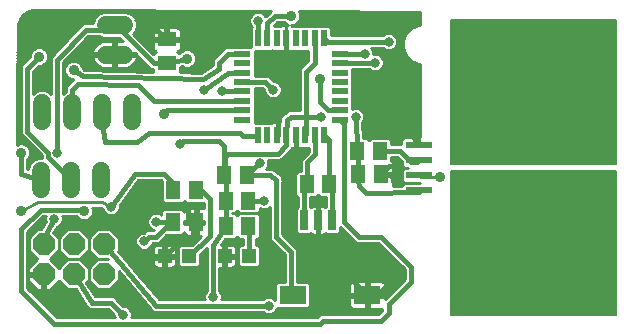
<source format=gtl>
G75*
%MOIN*%
%OFA0B0*%
%FSLAX24Y24*%
%IPPOS*%
%LPD*%
%AMOC8*
5,1,8,0,0,1.08239X$1,22.5*
%
%ADD10C,0.0050*%
%ADD11R,0.0512X0.0591*%
%ADD12R,0.0512X0.0630*%
%ADD13R,0.0630X0.0512*%
%ADD14R,0.0472X0.0472*%
%ADD15OC8,0.0740*%
%ADD16R,0.0276X0.0669*%
%ADD17C,0.3543*%
%ADD18R,0.0906X0.0630*%
%ADD19R,0.0870X0.0240*%
%ADD20C,0.0600*%
%ADD21R,0.0200X0.0580*%
%ADD22R,0.0580X0.0200*%
%ADD23C,0.0100*%
%ADD24C,0.0160*%
%ADD25C,0.0317*%
%ADD26C,0.0356*%
%ADD27C,0.0120*%
%ADD28C,0.0277*%
D10*
X018510Y000945D02*
X018510Y005748D01*
X023984Y005748D01*
X023984Y000945D01*
X018510Y000945D01*
X018510Y000978D02*
X023984Y000978D01*
X023984Y001027D02*
X018510Y001027D01*
X018510Y001075D02*
X023984Y001075D01*
X023984Y001124D02*
X018510Y001124D01*
X018510Y001172D02*
X023984Y001172D01*
X023984Y001221D02*
X018510Y001221D01*
X018510Y001269D02*
X023984Y001269D01*
X023984Y001318D02*
X018510Y001318D01*
X018510Y001366D02*
X023984Y001366D01*
X023984Y001415D02*
X018510Y001415D01*
X018510Y001463D02*
X023984Y001463D01*
X023984Y001512D02*
X018510Y001512D01*
X018510Y001560D02*
X023984Y001560D01*
X023984Y001609D02*
X018510Y001609D01*
X018510Y001657D02*
X023984Y001657D01*
X023984Y001706D02*
X018510Y001706D01*
X018510Y001754D02*
X023984Y001754D01*
X023984Y001803D02*
X018510Y001803D01*
X018510Y001851D02*
X023984Y001851D01*
X023984Y001900D02*
X018510Y001900D01*
X018510Y001948D02*
X023984Y001948D01*
X023984Y001997D02*
X018510Y001997D01*
X018510Y002045D02*
X023984Y002045D01*
X023984Y002094D02*
X018510Y002094D01*
X018510Y002142D02*
X023984Y002142D01*
X023984Y002191D02*
X018510Y002191D01*
X018510Y002239D02*
X023984Y002239D01*
X023984Y002288D02*
X018510Y002288D01*
X018510Y002336D02*
X023984Y002336D01*
X023984Y002385D02*
X018510Y002385D01*
X018510Y002433D02*
X023984Y002433D01*
X023984Y002482D02*
X018510Y002482D01*
X018510Y002530D02*
X023984Y002530D01*
X023984Y002579D02*
X018510Y002579D01*
X018510Y002627D02*
X023984Y002627D01*
X023984Y002676D02*
X018510Y002676D01*
X018510Y002724D02*
X023984Y002724D01*
X023984Y002773D02*
X018510Y002773D01*
X018510Y002821D02*
X023984Y002821D01*
X023984Y002870D02*
X018510Y002870D01*
X018510Y002918D02*
X023984Y002918D01*
X023984Y002967D02*
X018510Y002967D01*
X018510Y003015D02*
X023984Y003015D01*
X023984Y003064D02*
X018510Y003064D01*
X018510Y003112D02*
X023984Y003112D01*
X023984Y003161D02*
X018510Y003161D01*
X018510Y003209D02*
X023984Y003209D01*
X023984Y003258D02*
X018510Y003258D01*
X018510Y003306D02*
X023984Y003306D01*
X023984Y003355D02*
X018510Y003355D01*
X018510Y003403D02*
X023984Y003403D01*
X023984Y003452D02*
X018510Y003452D01*
X018510Y003500D02*
X023984Y003500D01*
X023984Y003549D02*
X018510Y003549D01*
X018510Y003597D02*
X023984Y003597D01*
X023984Y003646D02*
X018510Y003646D01*
X018510Y003694D02*
X023984Y003694D01*
X023984Y003743D02*
X018510Y003743D01*
X018510Y003791D02*
X023984Y003791D01*
X023984Y003840D02*
X018510Y003840D01*
X018510Y003888D02*
X023984Y003888D01*
X023984Y003937D02*
X018510Y003937D01*
X018510Y003985D02*
X023984Y003985D01*
X023984Y004034D02*
X018510Y004034D01*
X018510Y004082D02*
X023984Y004082D01*
X023984Y004131D02*
X018510Y004131D01*
X018510Y004179D02*
X023984Y004179D01*
X023984Y004228D02*
X018510Y004228D01*
X018510Y004276D02*
X023984Y004276D01*
X023984Y004325D02*
X018510Y004325D01*
X018510Y004373D02*
X023984Y004373D01*
X023984Y004422D02*
X018510Y004422D01*
X018510Y004470D02*
X023984Y004470D01*
X023984Y004519D02*
X018510Y004519D01*
X018510Y004567D02*
X023984Y004567D01*
X023984Y004616D02*
X018510Y004616D01*
X018510Y004664D02*
X023984Y004664D01*
X023984Y004713D02*
X018510Y004713D01*
X018510Y004761D02*
X023984Y004761D01*
X023984Y004810D02*
X018510Y004810D01*
X018510Y004858D02*
X023984Y004858D01*
X023984Y004907D02*
X018510Y004907D01*
X018510Y004955D02*
X023984Y004955D01*
X023984Y005004D02*
X018510Y005004D01*
X018510Y005052D02*
X023984Y005052D01*
X023984Y005101D02*
X018510Y005101D01*
X018510Y005149D02*
X023984Y005149D01*
X023984Y005198D02*
X018510Y005198D01*
X018510Y005246D02*
X023984Y005246D01*
X023984Y005295D02*
X018510Y005295D01*
X018510Y005343D02*
X023984Y005343D01*
X023984Y005392D02*
X018510Y005392D01*
X018510Y005440D02*
X023984Y005440D01*
X023984Y005489D02*
X018510Y005489D01*
X018510Y005537D02*
X023984Y005537D01*
X023984Y005586D02*
X018510Y005586D01*
X018510Y005634D02*
X023984Y005634D01*
X023984Y005683D02*
X018510Y005683D01*
X018510Y005731D02*
X023984Y005731D01*
X023984Y005984D02*
X018510Y005984D01*
X018510Y010787D01*
X023984Y010787D01*
X023984Y005984D01*
X023984Y006022D02*
X018510Y006022D01*
X018510Y006071D02*
X023984Y006071D01*
X023984Y006119D02*
X018510Y006119D01*
X018510Y006168D02*
X023984Y006168D01*
X023984Y006216D02*
X018510Y006216D01*
X018510Y006265D02*
X023984Y006265D01*
X023984Y006313D02*
X018510Y006313D01*
X018510Y006362D02*
X023984Y006362D01*
X023984Y006410D02*
X018510Y006410D01*
X018510Y006459D02*
X023984Y006459D01*
X023984Y006507D02*
X018510Y006507D01*
X018510Y006556D02*
X023984Y006556D01*
X023984Y006604D02*
X018510Y006604D01*
X018510Y006653D02*
X023984Y006653D01*
X023984Y006701D02*
X018510Y006701D01*
X018510Y006750D02*
X023984Y006750D01*
X023984Y006798D02*
X018510Y006798D01*
X018510Y006847D02*
X023984Y006847D01*
X023984Y006895D02*
X018510Y006895D01*
X018510Y006944D02*
X023984Y006944D01*
X023984Y006992D02*
X018510Y006992D01*
X018510Y007041D02*
X023984Y007041D01*
X023984Y007089D02*
X018510Y007089D01*
X018510Y007138D02*
X023984Y007138D01*
X023984Y007186D02*
X018510Y007186D01*
X018510Y007235D02*
X023984Y007235D01*
X023984Y007283D02*
X018510Y007283D01*
X018510Y007332D02*
X023984Y007332D01*
X023984Y007380D02*
X018510Y007380D01*
X018510Y007429D02*
X023984Y007429D01*
X023984Y007477D02*
X018510Y007477D01*
X018510Y007526D02*
X023984Y007526D01*
X023984Y007574D02*
X018510Y007574D01*
X018510Y007623D02*
X023984Y007623D01*
X023984Y007671D02*
X018510Y007671D01*
X018510Y007720D02*
X023984Y007720D01*
X023984Y007768D02*
X018510Y007768D01*
X018510Y007817D02*
X023984Y007817D01*
X023984Y007865D02*
X018510Y007865D01*
X018510Y007914D02*
X023984Y007914D01*
X023984Y007962D02*
X018510Y007962D01*
X018510Y008011D02*
X023984Y008011D01*
X023984Y008059D02*
X018510Y008059D01*
X018510Y008108D02*
X023984Y008108D01*
X023984Y008156D02*
X018510Y008156D01*
X018510Y008205D02*
X023984Y008205D01*
X023984Y008253D02*
X018510Y008253D01*
X018510Y008302D02*
X023984Y008302D01*
X023984Y008350D02*
X018510Y008350D01*
X018510Y008399D02*
X023984Y008399D01*
X023984Y008447D02*
X018510Y008447D01*
X018510Y008496D02*
X023984Y008496D01*
X023984Y008544D02*
X018510Y008544D01*
X018510Y008593D02*
X023984Y008593D01*
X023984Y008641D02*
X018510Y008641D01*
X018510Y008690D02*
X023984Y008690D01*
X023984Y008738D02*
X018510Y008738D01*
X018510Y008787D02*
X023984Y008787D01*
X023984Y008835D02*
X018510Y008835D01*
X018510Y008884D02*
X023984Y008884D01*
X023984Y008932D02*
X018510Y008932D01*
X018510Y008981D02*
X023984Y008981D01*
X023984Y009029D02*
X018510Y009029D01*
X018510Y009078D02*
X023984Y009078D01*
X023984Y009126D02*
X018510Y009126D01*
X018510Y009175D02*
X023984Y009175D01*
X023984Y009223D02*
X018510Y009223D01*
X018510Y009272D02*
X023984Y009272D01*
X023984Y009320D02*
X018510Y009320D01*
X018510Y009369D02*
X023984Y009369D01*
X023984Y009417D02*
X018510Y009417D01*
X018510Y009466D02*
X023984Y009466D01*
X023984Y009514D02*
X018510Y009514D01*
X018510Y009563D02*
X023984Y009563D01*
X023984Y009611D02*
X018510Y009611D01*
X018510Y009660D02*
X023984Y009660D01*
X023984Y009708D02*
X018510Y009708D01*
X018510Y009757D02*
X023984Y009757D01*
X023984Y009805D02*
X018510Y009805D01*
X018510Y009854D02*
X023984Y009854D01*
X023984Y009902D02*
X018510Y009902D01*
X018510Y009951D02*
X023984Y009951D01*
X023984Y009999D02*
X018510Y009999D01*
X018510Y010048D02*
X023984Y010048D01*
X023984Y010096D02*
X018510Y010096D01*
X018510Y010145D02*
X023984Y010145D01*
X023984Y010193D02*
X018510Y010193D01*
X018510Y010242D02*
X023984Y010242D01*
X023984Y010290D02*
X018510Y010290D01*
X018510Y010339D02*
X023984Y010339D01*
X023984Y010387D02*
X018510Y010387D01*
X018510Y010436D02*
X023984Y010436D01*
X023984Y010484D02*
X018510Y010484D01*
X018510Y010533D02*
X023984Y010533D01*
X023984Y010581D02*
X018510Y010581D01*
X018510Y010630D02*
X023984Y010630D01*
X023984Y010678D02*
X018510Y010678D01*
X018510Y010727D02*
X023984Y010727D01*
X023984Y010775D02*
X018510Y010775D01*
D11*
X016129Y006429D03*
X015381Y006429D03*
X014442Y005309D03*
X013694Y005309D03*
X011692Y005609D03*
X010944Y005609D03*
X009992Y005109D03*
X009244Y005109D03*
X010994Y004759D03*
X011742Y004759D03*
X011742Y003909D03*
X010994Y003909D03*
D12*
X010008Y004046D03*
X009220Y004046D03*
X015384Y005641D03*
X016172Y005641D03*
D13*
X009021Y009344D03*
X009021Y010131D03*
D14*
X008955Y002909D03*
X009781Y002909D03*
X010955Y002909D03*
X011781Y002909D03*
D15*
X006918Y003309D03*
X005918Y003309D03*
X004918Y003309D03*
X004918Y002309D03*
X005918Y002309D03*
X006918Y002309D03*
D16*
X013595Y004109D03*
X014068Y004109D03*
X014540Y004109D03*
D17*
X021466Y002913D03*
X021466Y008819D03*
D18*
X015708Y001609D03*
X013228Y001609D03*
D19*
X017432Y005112D03*
X017432Y005612D03*
X017432Y006112D03*
X017432Y006612D03*
X019492Y006612D03*
X019492Y006112D03*
X019492Y005612D03*
X019492Y005112D03*
D20*
X007868Y007409D02*
X007868Y008009D01*
X006868Y008009D02*
X006868Y007409D01*
X005868Y007409D02*
X005868Y008009D01*
X004868Y008009D02*
X004868Y007409D01*
X004818Y005759D02*
X004818Y005159D01*
X005818Y005159D02*
X005818Y005759D01*
X006818Y005759D02*
X006818Y005159D01*
X006989Y009625D02*
X007589Y009625D01*
X007589Y010625D02*
X006989Y010625D01*
D21*
X012068Y010179D03*
X012378Y010179D03*
X012698Y010179D03*
X013008Y010179D03*
X013328Y010179D03*
X013638Y010179D03*
X013958Y010179D03*
X014268Y010179D03*
X014268Y006939D03*
X013958Y006939D03*
X013638Y006939D03*
X013328Y006939D03*
X013008Y006939D03*
X012698Y006939D03*
X012378Y006939D03*
X012068Y006939D03*
D22*
X011548Y007459D03*
X011548Y007769D03*
X011548Y008089D03*
X011548Y008399D03*
X011548Y008719D03*
X011548Y009029D03*
X011548Y009349D03*
X011548Y009659D03*
X014788Y009659D03*
X014788Y009349D03*
X014788Y009029D03*
X014788Y008719D03*
X014788Y008399D03*
X014788Y008089D03*
X014788Y007769D03*
X014788Y007459D03*
D23*
X015207Y007823D02*
X015207Y007922D01*
X015200Y007929D01*
X015207Y007935D01*
X015207Y008242D01*
X015205Y008244D01*
X015207Y008245D01*
X015207Y008552D01*
X015200Y008559D01*
X015207Y008565D01*
X015207Y008872D01*
X015205Y008874D01*
X015207Y008875D01*
X015207Y009150D01*
X015771Y009150D01*
X015805Y009115D01*
X015911Y009072D01*
X016025Y009072D01*
X016131Y009115D01*
X016211Y009196D01*
X016255Y009302D01*
X016255Y009416D01*
X016211Y009521D01*
X016131Y009602D01*
X016025Y009646D01*
X015911Y009646D01*
X015905Y009644D01*
X015905Y009716D01*
X015861Y009821D01*
X015833Y009850D01*
X016221Y009850D01*
X016255Y009815D01*
X016361Y009772D01*
X016475Y009772D01*
X016581Y009815D01*
X016661Y009896D01*
X016705Y010002D01*
X016705Y010116D01*
X016661Y010221D01*
X016581Y010302D01*
X016475Y010346D01*
X016361Y010346D01*
X016255Y010302D01*
X016221Y010267D01*
X014497Y010267D01*
X014497Y010522D01*
X014421Y010597D01*
X014115Y010597D01*
X014113Y010596D01*
X014111Y010597D01*
X013805Y010597D01*
X013798Y010591D01*
X013791Y010597D01*
X013485Y010597D01*
X013483Y010596D01*
X013481Y010597D01*
X013185Y010597D01*
X013177Y010602D01*
X013229Y010602D01*
X013342Y010649D01*
X013428Y010735D01*
X013475Y010848D01*
X013475Y010970D01*
X013431Y011075D01*
X017458Y011059D01*
X017458Y010626D01*
X017417Y010626D01*
X017178Y010527D01*
X016996Y010344D01*
X016897Y010105D01*
X016897Y009846D01*
X016996Y009607D01*
X017178Y009425D01*
X017417Y009326D01*
X017458Y009326D01*
X017458Y006882D01*
X017442Y006882D01*
X017442Y006622D01*
X017422Y006622D01*
X017422Y006882D01*
X016977Y006882D01*
X016939Y006872D01*
X016905Y006852D01*
X016877Y006824D01*
X016857Y006790D01*
X016847Y006752D01*
X016847Y006638D01*
X016513Y006638D01*
X016513Y006777D01*
X016438Y006853D01*
X015819Y006853D01*
X015755Y006788D01*
X015690Y006853D01*
X015569Y006853D01*
X015538Y007373D01*
X015561Y007396D01*
X015605Y007502D01*
X015605Y007616D01*
X015561Y007721D01*
X015481Y007802D01*
X015375Y007846D01*
X015261Y007846D01*
X015207Y007823D01*
X015207Y007842D02*
X015252Y007842D01*
X015207Y007941D02*
X017458Y007941D01*
X017458Y008039D02*
X015207Y008039D01*
X015207Y008138D02*
X017458Y008138D01*
X017458Y008236D02*
X015207Y008236D01*
X015207Y008335D02*
X017458Y008335D01*
X017458Y008433D02*
X015207Y008433D01*
X015207Y008532D02*
X017458Y008532D01*
X017458Y008630D02*
X015207Y008630D01*
X015207Y008729D02*
X017458Y008729D01*
X017458Y008827D02*
X015207Y008827D01*
X015207Y008926D02*
X017458Y008926D01*
X017458Y009024D02*
X015207Y009024D01*
X015207Y009123D02*
X015798Y009123D01*
X016138Y009123D02*
X017458Y009123D01*
X017458Y009221D02*
X016222Y009221D01*
X016255Y009320D02*
X017458Y009320D01*
X017194Y009418D02*
X016254Y009418D01*
X016213Y009517D02*
X017086Y009517D01*
X016992Y009615D02*
X016099Y009615D01*
X015905Y009714D02*
X016952Y009714D01*
X016911Y009812D02*
X016573Y009812D01*
X016667Y009911D02*
X016897Y009911D01*
X016897Y010009D02*
X016705Y010009D01*
X016705Y010108D02*
X016898Y010108D01*
X016939Y010206D02*
X016668Y010206D01*
X016574Y010305D02*
X016979Y010305D01*
X017055Y010403D02*
X014497Y010403D01*
X014497Y010305D02*
X016262Y010305D01*
X017154Y010502D02*
X014497Y010502D01*
X013454Y010797D02*
X017458Y010797D01*
X017458Y010699D02*
X013392Y010699D01*
X013180Y010600D02*
X017356Y010600D01*
X017458Y010896D02*
X013475Y010896D01*
X013465Y010994D02*
X017458Y010994D01*
X016262Y009812D02*
X015865Y009812D01*
X013749Y009760D02*
X013749Y009435D01*
X013581Y009267D01*
X013459Y009145D01*
X013459Y007767D01*
X013189Y007767D01*
X013124Y007780D01*
X013105Y007767D01*
X013081Y007767D01*
X013035Y007721D01*
X012957Y007669D01*
X012935Y007669D01*
X012887Y007622D01*
X012830Y007584D01*
X012826Y007564D01*
X012811Y007549D01*
X012810Y007481D01*
X012796Y007415D01*
X012808Y007397D01*
X012808Y007379D01*
X012698Y007379D01*
X012698Y006939D01*
X012698Y006939D01*
X012698Y007379D01*
X012578Y007379D01*
X012540Y007369D01*
X012521Y007357D01*
X012225Y007357D01*
X012223Y007356D01*
X012221Y007357D01*
X011967Y007357D01*
X011967Y007612D01*
X011965Y007614D01*
X011967Y007615D01*
X011967Y007922D01*
X011960Y007929D01*
X011967Y007935D01*
X011967Y008242D01*
X011965Y008244D01*
X011967Y008245D01*
X011967Y008510D01*
X012221Y008510D01*
X012281Y008451D01*
X012281Y008402D01*
X012324Y008296D01*
X012405Y008215D01*
X012511Y008172D01*
X012625Y008172D01*
X012731Y008215D01*
X012811Y008296D01*
X012855Y008402D01*
X012855Y008516D01*
X012811Y008621D01*
X012731Y008702D01*
X012625Y008746D01*
X012576Y008746D01*
X012517Y008805D01*
X012394Y008927D01*
X011967Y008927D01*
X011967Y009182D01*
X011960Y009189D01*
X011967Y009195D01*
X011967Y009502D01*
X011965Y009504D01*
X011967Y009505D01*
X011967Y009760D01*
X012221Y009760D01*
X012223Y009762D01*
X012225Y009760D01*
X012531Y009760D01*
X012538Y009767D01*
X012545Y009760D01*
X012831Y009760D01*
X012850Y009749D01*
X012888Y009739D01*
X013008Y009739D01*
X013128Y009739D01*
X013166Y009749D01*
X013185Y009760D01*
X013481Y009760D01*
X013483Y009762D01*
X013485Y009760D01*
X013749Y009760D01*
X013749Y009714D02*
X011967Y009714D01*
X011967Y009615D02*
X013749Y009615D01*
X013749Y009517D02*
X011967Y009517D01*
X011967Y009418D02*
X013732Y009418D01*
X013634Y009320D02*
X011967Y009320D01*
X011967Y009221D02*
X013535Y009221D01*
X013581Y009267D02*
X013581Y009267D01*
X013459Y009123D02*
X011967Y009123D01*
X011967Y009024D02*
X013459Y009024D01*
X013459Y008926D02*
X012396Y008926D01*
X012495Y008827D02*
X013459Y008827D01*
X013459Y008729D02*
X012666Y008729D01*
X012802Y008630D02*
X013459Y008630D01*
X013459Y008532D02*
X012848Y008532D01*
X012855Y008433D02*
X013459Y008433D01*
X013459Y008335D02*
X012827Y008335D01*
X012752Y008236D02*
X013459Y008236D01*
X013459Y008138D02*
X011967Y008138D01*
X011967Y008236D02*
X012384Y008236D01*
X012308Y008335D02*
X011967Y008335D01*
X011967Y008433D02*
X012281Y008433D01*
X011967Y008039D02*
X013459Y008039D01*
X013459Y007941D02*
X011967Y007941D01*
X011967Y007842D02*
X013459Y007842D01*
X013058Y007744D02*
X011967Y007744D01*
X011967Y007645D02*
X012911Y007645D01*
X012811Y007547D02*
X011967Y007547D01*
X011967Y007448D02*
X012803Y007448D01*
X012698Y007350D02*
X012698Y007350D01*
X012698Y007251D02*
X012698Y007251D01*
X012698Y007153D02*
X012698Y007153D01*
X012698Y007054D02*
X012698Y007054D01*
X012698Y006956D02*
X012698Y006956D01*
X013328Y006939D02*
X013328Y006939D01*
X013328Y006499D01*
X013448Y006499D01*
X013486Y006509D01*
X013505Y006520D01*
X013759Y006520D01*
X013759Y006395D01*
X013485Y006121D01*
X013485Y005733D01*
X013385Y005733D01*
X013309Y005657D01*
X013309Y004960D01*
X013385Y004885D01*
X013387Y004885D01*
X013387Y004554D01*
X013329Y004497D01*
X013329Y003721D01*
X013404Y003645D01*
X013787Y003645D01*
X013817Y003675D01*
X013838Y003654D01*
X013872Y003634D01*
X013910Y003624D01*
X014049Y003624D01*
X014049Y004090D01*
X014087Y004090D01*
X014087Y003624D01*
X014225Y003624D01*
X014264Y003634D01*
X014298Y003654D01*
X014319Y003675D01*
X014349Y003645D01*
X014731Y003645D01*
X014807Y003721D01*
X014807Y003875D01*
X015209Y003472D01*
X015331Y003350D01*
X016081Y003350D01*
X016959Y002472D01*
X016959Y002145D01*
X016331Y001517D01*
X016311Y001497D01*
X016311Y001559D01*
X015758Y001559D01*
X015758Y001659D01*
X015658Y001659D01*
X015658Y002074D01*
X015236Y002074D01*
X015197Y002063D01*
X015163Y002044D01*
X015135Y002016D01*
X015116Y001982D01*
X015105Y001943D01*
X015105Y001659D01*
X015658Y001659D01*
X015658Y001559D01*
X015105Y001559D01*
X015105Y001274D01*
X015116Y001236D01*
X015135Y001202D01*
X015163Y001174D01*
X015197Y001154D01*
X015236Y001144D01*
X015658Y001144D01*
X015658Y001559D01*
X015758Y001559D01*
X015758Y001144D01*
X016181Y001144D01*
X016209Y001151D01*
X016209Y001095D01*
X016081Y000967D01*
X014131Y000967D01*
X014031Y000867D01*
X007841Y000867D01*
X007855Y000902D01*
X007855Y001016D01*
X007811Y001121D01*
X007731Y001202D01*
X007625Y001246D01*
X007576Y001246D01*
X007377Y001445D01*
X007254Y001567D01*
X006633Y001567D01*
X006342Y002028D01*
X006417Y002102D01*
X006417Y002515D01*
X006124Y002807D01*
X005711Y002807D01*
X005433Y002529D01*
X005138Y002824D01*
X005417Y003102D01*
X005417Y003515D01*
X005243Y003689D01*
X005352Y003883D01*
X005431Y003915D01*
X005511Y003996D01*
X005555Y004102D01*
X005555Y004216D01*
X005541Y004250D01*
X006002Y004250D01*
X006008Y004235D01*
X006094Y004149D01*
X006207Y004102D01*
X006329Y004102D01*
X006442Y004149D01*
X006528Y004235D01*
X006575Y004348D01*
X006575Y004470D01*
X006550Y004530D01*
X006826Y004530D01*
X006881Y004502D01*
X006924Y004396D01*
X007005Y004315D01*
X007111Y004272D01*
X007225Y004272D01*
X007331Y004315D01*
X007411Y004396D01*
X007455Y004502D01*
X007455Y004599D01*
X008074Y005450D01*
X008831Y005450D01*
X008859Y005422D01*
X008859Y004760D01*
X008935Y004685D01*
X009553Y004685D01*
X009618Y004749D01*
X009683Y004685D01*
X010259Y004685D01*
X010259Y004511D01*
X010058Y004511D01*
X010058Y004096D01*
X010259Y004096D01*
X010259Y003996D01*
X010058Y003996D01*
X010058Y004096D01*
X009958Y004096D01*
X009958Y004511D01*
X009732Y004511D01*
X009694Y004501D01*
X009660Y004481D01*
X009632Y004453D01*
X009612Y004419D01*
X009605Y004393D01*
X009605Y004414D01*
X009530Y004490D01*
X008911Y004490D01*
X008836Y004414D01*
X008836Y004297D01*
X008831Y004302D01*
X008725Y004346D01*
X008611Y004346D01*
X008505Y004302D01*
X008424Y004221D01*
X008381Y004116D01*
X008381Y004002D01*
X008424Y003896D01*
X008505Y003815D01*
X008593Y003779D01*
X008581Y003767D01*
X008331Y003767D01*
X008260Y003696D01*
X008211Y003696D01*
X008105Y003652D01*
X008024Y003571D01*
X007981Y003466D01*
X007981Y003352D01*
X008024Y003246D01*
X008105Y003165D01*
X008211Y003122D01*
X008325Y003122D01*
X008431Y003165D01*
X008511Y003246D01*
X008554Y003350D01*
X008754Y003350D01*
X009007Y003602D01*
X009530Y003602D01*
X009605Y003678D01*
X009605Y003700D01*
X009612Y003673D01*
X009632Y003639D01*
X009660Y003611D01*
X009694Y003591D01*
X009732Y003581D01*
X009958Y003581D01*
X009958Y003996D01*
X010058Y003996D01*
X010058Y003581D01*
X010159Y003581D01*
X009851Y003274D01*
X009492Y003274D01*
X009416Y003198D01*
X009416Y002619D01*
X009492Y002544D01*
X010071Y002544D01*
X010146Y002619D01*
X010146Y002978D01*
X010359Y003191D01*
X010359Y001756D01*
X010324Y001721D01*
X010281Y001616D01*
X010281Y001502D01*
X010295Y001467D01*
X008764Y001467D01*
X007391Y003076D01*
X007417Y003102D01*
X007417Y003515D01*
X007124Y003807D01*
X006711Y003807D01*
X006419Y003515D01*
X006419Y003102D01*
X006711Y002810D01*
X007069Y002810D01*
X007071Y002807D01*
X006711Y002807D01*
X006419Y002515D01*
X006419Y002102D01*
X006711Y001810D01*
X007124Y001810D01*
X007417Y002102D01*
X007417Y002403D01*
X008459Y001182D01*
X008459Y001172D01*
X008514Y001117D01*
X008565Y001057D01*
X008575Y001057D01*
X008581Y001050D01*
X008660Y001050D01*
X008738Y001044D01*
X008745Y001050D01*
X012221Y001050D01*
X012255Y001015D01*
X012361Y000972D01*
X012475Y000972D01*
X012581Y001015D01*
X012661Y001096D01*
X012699Y001187D01*
X012722Y001165D01*
X013734Y001165D01*
X013809Y001240D01*
X013809Y001977D01*
X013734Y002052D01*
X013377Y002052D01*
X013377Y003145D01*
X012877Y003645D01*
X012877Y005389D01*
X012887Y005403D01*
X012877Y005474D01*
X012877Y005545D01*
X012865Y005557D01*
X012862Y005574D01*
X012805Y005617D01*
X012754Y005667D01*
X012737Y005667D01*
X012605Y005767D01*
X012554Y005817D01*
X012537Y005817D01*
X012524Y005828D01*
X012453Y005817D01*
X012333Y005817D01*
X012361Y005846D01*
X012405Y005952D01*
X012405Y006066D01*
X012391Y006100D01*
X012804Y006100D01*
X013094Y006390D01*
X013204Y006500D01*
X013208Y006499D01*
X013328Y006499D01*
X013328Y006939D01*
X013328Y006857D02*
X013328Y006857D01*
X013328Y006759D02*
X013328Y006759D01*
X013328Y006660D02*
X013328Y006660D01*
X013328Y006562D02*
X013328Y006562D01*
X013168Y006463D02*
X013759Y006463D01*
X013729Y006365D02*
X013069Y006365D01*
X012971Y006266D02*
X013630Y006266D01*
X013532Y006168D02*
X012872Y006168D01*
X012404Y006069D02*
X013485Y006069D01*
X013485Y005971D02*
X012405Y005971D01*
X012372Y005872D02*
X013485Y005872D01*
X013485Y005774D02*
X012598Y005774D01*
X012727Y005675D02*
X013327Y005675D01*
X013309Y005577D02*
X012858Y005577D01*
X012877Y005478D02*
X013309Y005478D01*
X013309Y005380D02*
X012877Y005380D01*
X012877Y005281D02*
X013309Y005281D01*
X013309Y005183D02*
X012877Y005183D01*
X012877Y005084D02*
X013309Y005084D01*
X013309Y004986D02*
X012877Y004986D01*
X012877Y004887D02*
X013382Y004887D01*
X013387Y004789D02*
X012877Y004789D01*
X012877Y004690D02*
X013387Y004690D01*
X013387Y004592D02*
X012877Y004592D01*
X012877Y004493D02*
X013329Y004493D01*
X013329Y004395D02*
X012877Y004395D01*
X012877Y004296D02*
X013329Y004296D01*
X013329Y004198D02*
X012877Y004198D01*
X012877Y004099D02*
X013329Y004099D01*
X013329Y004001D02*
X012877Y004001D01*
X012877Y003902D02*
X013329Y003902D01*
X013329Y003804D02*
X012877Y003804D01*
X012877Y003705D02*
X013344Y003705D01*
X013014Y003508D02*
X015173Y003508D01*
X015272Y003410D02*
X013112Y003410D01*
X013211Y003311D02*
X016120Y003311D01*
X016219Y003213D02*
X013309Y003213D01*
X013377Y003114D02*
X016317Y003114D01*
X016416Y003016D02*
X013377Y003016D01*
X013377Y002917D02*
X016514Y002917D01*
X016613Y002819D02*
X013377Y002819D01*
X013377Y002720D02*
X016711Y002720D01*
X016810Y002622D02*
X013377Y002622D01*
X013377Y002523D02*
X016908Y002523D01*
X016959Y002425D02*
X013377Y002425D01*
X013377Y002326D02*
X016959Y002326D01*
X016959Y002228D02*
X013377Y002228D01*
X013377Y002129D02*
X016943Y002129D01*
X016845Y002031D02*
X016266Y002031D01*
X016253Y002044D02*
X016219Y002063D01*
X016181Y002074D01*
X015758Y002074D01*
X015758Y001659D01*
X016311Y001659D01*
X016311Y001943D01*
X016301Y001982D01*
X016281Y002016D01*
X016253Y002044D01*
X016311Y001932D02*
X016746Y001932D01*
X016648Y001834D02*
X016311Y001834D01*
X016311Y001735D02*
X016549Y001735D01*
X016451Y001637D02*
X015758Y001637D01*
X015758Y001735D02*
X015658Y001735D01*
X015658Y001637D02*
X013809Y001637D01*
X013809Y001735D02*
X015105Y001735D01*
X015105Y001834D02*
X013809Y001834D01*
X013809Y001932D02*
X015105Y001932D01*
X015150Y002031D02*
X013755Y002031D01*
X012959Y002052D02*
X012722Y002052D01*
X012646Y001977D01*
X012646Y001436D01*
X012581Y001502D01*
X012475Y001546D01*
X012361Y001546D01*
X012255Y001502D01*
X012221Y001467D01*
X010841Y001467D01*
X010855Y001502D01*
X010855Y001616D01*
X010811Y001721D01*
X010777Y001756D01*
X010777Y002523D01*
X010905Y002523D01*
X011005Y002523D01*
X011210Y002523D01*
X011249Y002533D01*
X011283Y002552D01*
X011311Y002580D01*
X011331Y002615D01*
X011341Y002653D01*
X011341Y002859D01*
X011005Y002859D01*
X011005Y002959D01*
X011341Y002959D01*
X011341Y003165D01*
X011331Y003203D01*
X011311Y003237D01*
X011283Y003265D01*
X011249Y003285D01*
X011210Y003295D01*
X011005Y003295D01*
X011005Y002959D01*
X010905Y002959D01*
X010905Y003295D01*
X010829Y003295D01*
X010958Y003485D01*
X011303Y003485D01*
X011368Y003549D01*
X011433Y003485D01*
X011573Y003485D01*
X011573Y003274D01*
X011492Y003274D01*
X011416Y003198D01*
X011416Y002619D01*
X011492Y002544D01*
X012071Y002544D01*
X012146Y002619D01*
X012146Y003198D01*
X012071Y003274D01*
X011990Y003274D01*
X011990Y003485D01*
X012051Y003485D01*
X012127Y003560D01*
X012127Y004257D01*
X012051Y004333D01*
X011433Y004333D01*
X011368Y004268D01*
X011303Y004333D01*
X011203Y004333D01*
X011203Y004335D01*
X011303Y004335D01*
X011368Y004399D01*
X011433Y004335D01*
X012051Y004335D01*
X012127Y004410D01*
X012127Y004506D01*
X012211Y004472D01*
X012325Y004472D01*
X012431Y004515D01*
X012459Y004544D01*
X012459Y003472D01*
X012581Y003350D01*
X012959Y002972D01*
X012959Y002052D01*
X012959Y002129D02*
X010777Y002129D01*
X010777Y002031D02*
X012700Y002031D01*
X012646Y001932D02*
X010777Y001932D01*
X010777Y001834D02*
X012646Y001834D01*
X012646Y001735D02*
X010797Y001735D01*
X010846Y001637D02*
X012646Y001637D01*
X012646Y001538D02*
X012493Y001538D01*
X012342Y001538D02*
X010855Y001538D01*
X010338Y001735D02*
X008536Y001735D01*
X008620Y001637D02*
X010289Y001637D01*
X010281Y001538D02*
X008704Y001538D01*
X008451Y001834D02*
X010359Y001834D01*
X010359Y001932D02*
X008367Y001932D01*
X008283Y002031D02*
X010359Y002031D01*
X010359Y002129D02*
X008199Y002129D01*
X008115Y002228D02*
X010359Y002228D01*
X010359Y002326D02*
X008031Y002326D01*
X007947Y002425D02*
X010359Y002425D01*
X010359Y002523D02*
X009213Y002523D01*
X009210Y002523D02*
X009249Y002533D01*
X009283Y002552D01*
X009311Y002580D01*
X009331Y002615D01*
X009341Y002653D01*
X009341Y002859D01*
X009005Y002859D01*
X009005Y002959D01*
X009341Y002959D01*
X009341Y003165D01*
X009331Y003203D01*
X009311Y003237D01*
X009283Y003265D01*
X009249Y003285D01*
X009210Y003295D01*
X009005Y003295D01*
X009005Y002959D01*
X008905Y002959D01*
X008905Y003295D01*
X008699Y003295D01*
X008660Y003285D01*
X008626Y003265D01*
X008598Y003237D01*
X008579Y003203D01*
X008568Y003165D01*
X008568Y002959D01*
X008905Y002959D01*
X008905Y002859D01*
X009005Y002859D01*
X009005Y002523D01*
X008905Y002523D01*
X008905Y002859D01*
X008568Y002859D01*
X008568Y002653D01*
X008579Y002615D01*
X008598Y002580D01*
X008626Y002552D01*
X008660Y002533D01*
X008699Y002523D01*
X008905Y002523D01*
X008905Y002622D02*
X009005Y002622D01*
X009005Y002720D02*
X008905Y002720D01*
X008905Y002819D02*
X009005Y002819D01*
X009005Y002917D02*
X009416Y002917D01*
X009416Y002819D02*
X009341Y002819D01*
X009341Y002720D02*
X009416Y002720D01*
X009416Y002622D02*
X009332Y002622D01*
X009210Y002523D02*
X009005Y002523D01*
X008696Y002523D02*
X007863Y002523D01*
X007779Y002622D02*
X008577Y002622D01*
X008568Y002720D02*
X007695Y002720D01*
X007611Y002819D02*
X008568Y002819D01*
X008905Y002917D02*
X007527Y002917D01*
X007442Y003016D02*
X008568Y003016D01*
X008568Y003114D02*
X007417Y003114D01*
X007417Y003213D02*
X008058Y003213D01*
X007997Y003311D02*
X007417Y003311D01*
X007417Y003410D02*
X007981Y003410D01*
X007998Y003508D02*
X007417Y003508D01*
X007325Y003607D02*
X008060Y003607D01*
X008269Y003705D02*
X007227Y003705D01*
X007128Y003804D02*
X008533Y003804D01*
X008422Y003902D02*
X005399Y003902D01*
X005308Y003804D02*
X005708Y003804D01*
X005711Y003807D02*
X005419Y003515D01*
X005419Y003102D01*
X005711Y002810D01*
X006124Y002810D01*
X006417Y003102D01*
X006417Y003515D01*
X006124Y003807D01*
X005711Y003807D01*
X005609Y003705D02*
X005252Y003705D01*
X005325Y003607D02*
X005511Y003607D01*
X005419Y003508D02*
X005417Y003508D01*
X005417Y003410D02*
X005419Y003410D01*
X005417Y003311D02*
X005419Y003311D01*
X005417Y003213D02*
X005419Y003213D01*
X005417Y003114D02*
X005419Y003114D01*
X005506Y003016D02*
X005330Y003016D01*
X005232Y002917D02*
X005604Y002917D01*
X005703Y002819D02*
X005143Y002819D01*
X005242Y002720D02*
X005624Y002720D01*
X005526Y002622D02*
X005340Y002622D01*
X004968Y002259D02*
X004968Y001789D01*
X005133Y001789D01*
X005433Y002088D01*
X005711Y001810D01*
X005986Y001810D01*
X006309Y001298D01*
X006309Y001272D01*
X006354Y001228D01*
X006388Y001174D01*
X006413Y001168D01*
X006431Y001150D01*
X006495Y001150D01*
X006556Y001136D01*
X006578Y001150D01*
X007081Y001150D01*
X007281Y000951D01*
X007281Y000902D01*
X007295Y000867D01*
X005354Y000867D01*
X004377Y001845D01*
X004377Y003722D01*
X004904Y004250D01*
X004995Y004250D01*
X004981Y004216D01*
X004981Y004102D01*
X004987Y004086D01*
X004831Y003807D01*
X004711Y003807D01*
X004419Y003515D01*
X004419Y003102D01*
X004698Y002824D01*
X004398Y002524D01*
X004398Y002359D01*
X004868Y002359D01*
X004868Y002259D01*
X004398Y002259D01*
X004398Y002093D01*
X004703Y001789D01*
X004868Y001789D01*
X004868Y002259D01*
X004968Y002259D01*
X004968Y002228D02*
X004868Y002228D01*
X004868Y002326D02*
X004377Y002326D01*
X004377Y002228D02*
X004398Y002228D01*
X004398Y002129D02*
X004377Y002129D01*
X004377Y002031D02*
X004460Y002031D01*
X004377Y001932D02*
X004559Y001932D01*
X004657Y001834D02*
X004388Y001834D01*
X004487Y001735D02*
X006033Y001735D01*
X006095Y001637D02*
X004585Y001637D01*
X004684Y001538D02*
X006158Y001538D01*
X006220Y001440D02*
X004782Y001440D01*
X004881Y001341D02*
X006282Y001341D01*
X006339Y001243D02*
X004979Y001243D01*
X005078Y001144D02*
X006520Y001144D01*
X006569Y001144D02*
X007087Y001144D01*
X007186Y001046D02*
X005176Y001046D01*
X005275Y000947D02*
X007281Y000947D01*
X007633Y001243D02*
X008407Y001243D01*
X008487Y001144D02*
X007788Y001144D01*
X007843Y001046D02*
X008713Y001046D01*
X008740Y001046D02*
X012225Y001046D01*
X012611Y001046D02*
X016160Y001046D01*
X016182Y001144D02*
X016209Y001144D01*
X015758Y001144D02*
X015658Y001144D01*
X015658Y001243D02*
X015758Y001243D01*
X015758Y001341D02*
X015658Y001341D01*
X015658Y001440D02*
X015758Y001440D01*
X015758Y001538D02*
X015658Y001538D01*
X015658Y001834D02*
X015758Y001834D01*
X015758Y001932D02*
X015658Y001932D01*
X015658Y002031D02*
X015758Y002031D01*
X016311Y001538D02*
X016352Y001538D01*
X015234Y001144D02*
X012681Y001144D01*
X012643Y001440D02*
X012646Y001440D01*
X013809Y001440D02*
X015105Y001440D01*
X015105Y001538D02*
X013809Y001538D01*
X013809Y001341D02*
X015105Y001341D01*
X015114Y001243D02*
X013809Y001243D01*
X014111Y000947D02*
X007855Y000947D01*
X007481Y001341D02*
X008323Y001341D01*
X008239Y001440D02*
X007382Y001440D01*
X007284Y001538D02*
X008155Y001538D01*
X008071Y001637D02*
X006589Y001637D01*
X006527Y001735D02*
X007987Y001735D01*
X007903Y001834D02*
X007148Y001834D01*
X007247Y001932D02*
X007818Y001932D01*
X007734Y002031D02*
X007345Y002031D01*
X007417Y002129D02*
X007650Y002129D01*
X007566Y002228D02*
X007417Y002228D01*
X007417Y002326D02*
X007482Y002326D01*
X006589Y001932D02*
X006403Y001932D01*
X006345Y002031D02*
X006491Y002031D01*
X006419Y002129D02*
X006417Y002129D01*
X006417Y002228D02*
X006419Y002228D01*
X006417Y002326D02*
X006419Y002326D01*
X006417Y002425D02*
X006419Y002425D01*
X006409Y002523D02*
X006427Y002523D01*
X006526Y002622D02*
X006310Y002622D01*
X006212Y002720D02*
X006624Y002720D01*
X006703Y002819D02*
X006133Y002819D01*
X006232Y002917D02*
X006604Y002917D01*
X006506Y003016D02*
X006330Y003016D01*
X006417Y003114D02*
X006419Y003114D01*
X006417Y003213D02*
X006419Y003213D01*
X006417Y003311D02*
X006419Y003311D01*
X006417Y003410D02*
X006419Y003410D01*
X006417Y003508D02*
X006419Y003508D01*
X006511Y003607D02*
X006325Y003607D01*
X006227Y003705D02*
X006609Y003705D01*
X006708Y003804D02*
X006128Y003804D01*
X006045Y004198D02*
X005555Y004198D01*
X005554Y004099D02*
X008381Y004099D01*
X008381Y004001D02*
X005513Y004001D01*
X004982Y004099D02*
X004754Y004099D01*
X004852Y004198D02*
X004981Y004198D01*
X004940Y004001D02*
X004655Y004001D01*
X004557Y003902D02*
X004884Y003902D01*
X004708Y003804D02*
X004458Y003804D01*
X004377Y003705D02*
X004609Y003705D01*
X004511Y003607D02*
X004377Y003607D01*
X004377Y003508D02*
X004419Y003508D01*
X004419Y003410D02*
X004377Y003410D01*
X004377Y003311D02*
X004419Y003311D01*
X004419Y003213D02*
X004377Y003213D01*
X004377Y003114D02*
X004419Y003114D01*
X004377Y003016D02*
X004506Y003016D01*
X004604Y002917D02*
X004377Y002917D01*
X004377Y002819D02*
X004693Y002819D01*
X004594Y002720D02*
X004377Y002720D01*
X004377Y002622D02*
X004496Y002622D01*
X004398Y002523D02*
X004377Y002523D01*
X004377Y002425D02*
X004398Y002425D01*
X004868Y002129D02*
X004968Y002129D01*
X004968Y002031D02*
X004868Y002031D01*
X004868Y001932D02*
X004968Y001932D01*
X004968Y001834D02*
X004868Y001834D01*
X005178Y001834D02*
X005688Y001834D01*
X005589Y001932D02*
X005277Y001932D01*
X005375Y002031D02*
X005491Y002031D01*
X006465Y001834D02*
X006688Y001834D01*
X008905Y003016D02*
X009005Y003016D01*
X009005Y003114D02*
X008905Y003114D01*
X008905Y003213D02*
X009005Y003213D01*
X008814Y003410D02*
X009987Y003410D01*
X009868Y003459D02*
X009868Y003906D01*
X010008Y004046D01*
X010231Y004046D01*
X010259Y004001D02*
X010058Y004001D01*
X010058Y004099D02*
X009958Y004099D01*
X009958Y004096D02*
X009958Y003996D01*
X009605Y003996D01*
X009605Y004096D01*
X009958Y004096D01*
X009958Y004001D02*
X009605Y004001D01*
X009958Y003902D02*
X010058Y003902D01*
X010058Y003804D02*
X009958Y003804D01*
X009958Y003705D02*
X010058Y003705D01*
X010058Y003607D02*
X009958Y003607D01*
X010086Y003508D02*
X008913Y003508D01*
X008538Y003311D02*
X009889Y003311D01*
X009667Y003607D02*
X009534Y003607D01*
X009431Y003213D02*
X009325Y003213D01*
X009341Y003114D02*
X009416Y003114D01*
X009416Y003016D02*
X009341Y003016D01*
X008584Y003213D02*
X008478Y003213D01*
X010146Y002917D02*
X010359Y002917D01*
X010359Y002819D02*
X010146Y002819D01*
X010146Y002720D02*
X010359Y002720D01*
X010359Y002622D02*
X010146Y002622D01*
X010184Y003016D02*
X010359Y003016D01*
X010359Y003114D02*
X010282Y003114D01*
X010840Y003311D02*
X011573Y003311D01*
X011573Y003410D02*
X010907Y003410D01*
X010905Y003213D02*
X011005Y003213D01*
X011005Y003114D02*
X010905Y003114D01*
X010905Y003016D02*
X011005Y003016D01*
X011005Y002917D02*
X011416Y002917D01*
X011416Y002819D02*
X011341Y002819D01*
X011341Y002720D02*
X011416Y002720D01*
X011416Y002622D02*
X011332Y002622D01*
X011213Y002523D02*
X012959Y002523D01*
X012959Y002425D02*
X010777Y002425D01*
X010777Y002326D02*
X012959Y002326D01*
X012959Y002228D02*
X010777Y002228D01*
X010968Y002159D02*
X010918Y002059D01*
X010968Y002159D02*
X010968Y002459D01*
X010955Y002472D01*
X010955Y002909D01*
X010955Y002422D01*
X011318Y002059D01*
X012168Y002059D01*
X012668Y002509D01*
X012959Y002622D02*
X012146Y002622D01*
X012146Y002720D02*
X012959Y002720D01*
X012959Y002819D02*
X012146Y002819D01*
X012146Y002917D02*
X012959Y002917D01*
X012916Y003016D02*
X012146Y003016D01*
X012146Y003114D02*
X012817Y003114D01*
X012719Y003213D02*
X012132Y003213D01*
X011990Y003311D02*
X012620Y003311D01*
X012522Y003410D02*
X011990Y003410D01*
X012075Y003508D02*
X012459Y003508D01*
X012459Y003607D02*
X012127Y003607D01*
X012127Y003705D02*
X012459Y003705D01*
X012459Y003804D02*
X012127Y003804D01*
X012127Y003902D02*
X012459Y003902D01*
X012459Y004001D02*
X012127Y004001D01*
X012127Y004099D02*
X012459Y004099D01*
X012459Y004198D02*
X012127Y004198D01*
X012088Y004296D02*
X012459Y004296D01*
X012459Y004395D02*
X012111Y004395D01*
X012127Y004493D02*
X012158Y004493D01*
X012377Y004493D02*
X012459Y004493D01*
X011396Y004296D02*
X011340Y004296D01*
X011363Y004395D02*
X011373Y004395D01*
X010259Y004592D02*
X007455Y004592D01*
X007452Y004493D02*
X009681Y004493D01*
X009606Y004395D02*
X009605Y004395D01*
X009559Y004690D02*
X009677Y004690D01*
X009958Y004493D02*
X010058Y004493D01*
X010058Y004395D02*
X009958Y004395D01*
X009958Y004296D02*
X010058Y004296D01*
X010058Y004198D02*
X009958Y004198D01*
X008836Y004395D02*
X007410Y004395D01*
X007285Y004296D02*
X008499Y004296D01*
X008415Y004198D02*
X006491Y004198D01*
X006553Y004296D02*
X007051Y004296D01*
X006926Y004395D02*
X006575Y004395D01*
X006565Y004493D02*
X006884Y004493D01*
X006881Y004502D02*
X006881Y004502D01*
X006868Y004709D02*
X007168Y004559D01*
X006868Y004709D02*
X004718Y004709D01*
X004168Y004409D01*
X004389Y005809D02*
X004377Y005813D01*
X004377Y006134D01*
X004428Y006185D01*
X004475Y006298D01*
X004475Y006420D01*
X004428Y006533D01*
X004342Y006619D01*
X004229Y006666D01*
X004107Y006666D01*
X004018Y006629D01*
X004018Y008050D01*
X004068Y010631D01*
X004099Y010727D01*
X004145Y010818D01*
X004204Y010900D01*
X004276Y010971D01*
X004358Y011031D01*
X004448Y011077D01*
X004544Y011108D01*
X004644Y011124D01*
X004746Y011124D01*
X004846Y011109D01*
X012492Y011078D01*
X012318Y010904D01*
X012311Y010921D01*
X012231Y011002D01*
X012125Y011046D01*
X012011Y011046D01*
X011905Y011002D01*
X011824Y010921D01*
X011781Y010816D01*
X011781Y010702D01*
X011824Y010596D01*
X011859Y010561D01*
X011859Y010542D01*
X011839Y010522D01*
X011839Y009887D01*
X011205Y009887D01*
X011185Y009867D01*
X010981Y009867D01*
X010681Y009567D01*
X010559Y009445D01*
X010559Y009273D01*
X010160Y009019D01*
X009464Y009036D01*
X009464Y009227D01*
X009527Y009241D01*
X009534Y009234D01*
X009647Y009187D01*
X009769Y009187D01*
X009882Y009234D01*
X009968Y009320D01*
X010015Y009433D01*
X010015Y009555D01*
X009968Y009668D01*
X009882Y009754D01*
X009769Y009801D01*
X009647Y009801D01*
X009534Y009754D01*
X009449Y009669D01*
X009389Y009728D01*
X009367Y009728D01*
X009394Y009735D01*
X009428Y009755D01*
X009456Y009783D01*
X009475Y009817D01*
X009486Y009856D01*
X009486Y010081D01*
X009071Y010081D01*
X009071Y010181D01*
X009486Y010181D01*
X009486Y010407D01*
X009475Y010445D01*
X009456Y010479D01*
X009428Y010507D01*
X009394Y010527D01*
X009355Y010537D01*
X009071Y010537D01*
X009071Y010181D01*
X008971Y010181D01*
X008971Y010537D01*
X008686Y010537D01*
X008648Y010527D01*
X008614Y010507D01*
X008586Y010479D01*
X008566Y010445D01*
X008556Y010407D01*
X008556Y010181D01*
X008971Y010181D01*
X008971Y010081D01*
X008556Y010081D01*
X008556Y009856D01*
X008566Y009817D01*
X008586Y009783D01*
X008614Y009755D01*
X008648Y009735D01*
X008674Y009728D01*
X008652Y009728D01*
X008577Y009653D01*
X008577Y009650D01*
X007899Y010328D01*
X007953Y010382D01*
X008018Y010540D01*
X008018Y010710D01*
X007953Y010868D01*
X007832Y010988D01*
X007674Y011054D01*
X006904Y011054D01*
X006746Y010988D01*
X006626Y010868D01*
X006560Y010710D01*
X006560Y010667D01*
X006401Y010667D01*
X006399Y010670D01*
X006315Y010667D01*
X006231Y010667D01*
X006229Y010665D01*
X006226Y010665D01*
X006168Y010604D01*
X006109Y010545D01*
X006109Y010542D01*
X005218Y009604D01*
X005159Y009545D01*
X005159Y009542D01*
X005157Y009540D01*
X005159Y009456D01*
X005159Y008324D01*
X005111Y008372D01*
X004953Y008437D01*
X004783Y008437D01*
X004625Y008372D01*
X004577Y008324D01*
X004577Y009072D01*
X004756Y009252D01*
X004829Y009252D01*
X004942Y009299D01*
X005028Y009385D01*
X005075Y009498D01*
X005075Y009620D01*
X005028Y009733D01*
X004942Y009819D01*
X004829Y009866D01*
X004707Y009866D01*
X004594Y009819D01*
X004508Y009733D01*
X004461Y009620D01*
X004461Y009547D01*
X004281Y009367D01*
X004159Y009245D01*
X004159Y006972D01*
X004859Y006272D01*
X004859Y006187D01*
X004733Y006187D01*
X004575Y006122D01*
X004454Y006002D01*
X004389Y005844D01*
X004389Y005809D01*
X004377Y005872D02*
X004401Y005872D01*
X004377Y005971D02*
X004442Y005971D01*
X004377Y006069D02*
X004522Y006069D01*
X004411Y006168D02*
X004685Y006168D01*
X004859Y006266D02*
X004462Y006266D01*
X004475Y006365D02*
X004767Y006365D01*
X004668Y006463D02*
X004457Y006463D01*
X004399Y006562D02*
X004570Y006562D01*
X004471Y006660D02*
X004242Y006660D01*
X004094Y006660D02*
X004018Y006660D01*
X004018Y006759D02*
X004373Y006759D01*
X004274Y006857D02*
X004018Y006857D01*
X004018Y006956D02*
X004176Y006956D01*
X004159Y007054D02*
X004018Y007054D01*
X004018Y007153D02*
X004159Y007153D01*
X004159Y007251D02*
X004018Y007251D01*
X004018Y007350D02*
X004159Y007350D01*
X004159Y007448D02*
X004018Y007448D01*
X004018Y007547D02*
X004159Y007547D01*
X004159Y007645D02*
X004018Y007645D01*
X004018Y007744D02*
X004159Y007744D01*
X004159Y007842D02*
X004018Y007842D01*
X004018Y007941D02*
X004159Y007941D01*
X004159Y008039D02*
X004018Y008039D01*
X004020Y008138D02*
X004159Y008138D01*
X004159Y008236D02*
X004022Y008236D01*
X004023Y008335D02*
X004159Y008335D01*
X004159Y008433D02*
X004025Y008433D01*
X004027Y008532D02*
X004159Y008532D01*
X004159Y008630D02*
X004029Y008630D01*
X004031Y008729D02*
X004159Y008729D01*
X004159Y008827D02*
X004033Y008827D01*
X004035Y008926D02*
X004159Y008926D01*
X004159Y009024D02*
X004037Y009024D01*
X004039Y009123D02*
X004159Y009123D01*
X004159Y009221D02*
X004041Y009221D01*
X004043Y009320D02*
X004234Y009320D01*
X004332Y009418D02*
X004044Y009418D01*
X004046Y009517D02*
X004431Y009517D01*
X004461Y009615D02*
X004048Y009615D01*
X004050Y009714D02*
X004500Y009714D01*
X004588Y009812D02*
X004052Y009812D01*
X004054Y009911D02*
X005509Y009911D01*
X005416Y009812D02*
X004948Y009812D01*
X005036Y009714D02*
X005322Y009714D01*
X005229Y009615D02*
X005075Y009615D01*
X005075Y009517D02*
X005158Y009517D01*
X005159Y009418D02*
X005042Y009418D01*
X004963Y009320D02*
X005159Y009320D01*
X005159Y009221D02*
X004726Y009221D01*
X004627Y009123D02*
X005159Y009123D01*
X005159Y009024D02*
X004577Y009024D01*
X004577Y008926D02*
X005159Y008926D01*
X005159Y008827D02*
X004577Y008827D01*
X004577Y008729D02*
X005159Y008729D01*
X005159Y008630D02*
X004577Y008630D01*
X004577Y008532D02*
X005159Y008532D01*
X005159Y008433D02*
X004963Y008433D01*
X004773Y008433D02*
X004577Y008433D01*
X004577Y008335D02*
X004588Y008335D01*
X005148Y008335D02*
X005159Y008335D01*
X005577Y008335D02*
X005588Y008335D01*
X005577Y008324D02*
X005577Y009375D01*
X006408Y010250D01*
X006774Y010250D01*
X006904Y010196D01*
X007440Y010196D01*
X007562Y010075D01*
X007339Y010075D01*
X007339Y009675D01*
X007239Y009675D01*
X007239Y009575D01*
X006541Y009575D01*
X006550Y009519D01*
X006572Y009452D01*
X006604Y009389D01*
X006646Y009332D01*
X006696Y009282D01*
X006753Y009240D01*
X006816Y009208D01*
X006884Y009186D01*
X006954Y009175D01*
X007239Y009175D01*
X007239Y009575D01*
X007339Y009575D01*
X007339Y009175D01*
X007625Y009175D01*
X007695Y009186D01*
X007762Y009208D01*
X007825Y009240D01*
X007882Y009282D01*
X007932Y009332D01*
X007974Y009389D01*
X008006Y009452D01*
X008028Y009519D01*
X008037Y009575D01*
X007339Y009575D01*
X007339Y009675D01*
X007962Y009675D01*
X008379Y009257D01*
X008502Y009135D01*
X008577Y009135D01*
X008577Y009059D01*
X006283Y009116D01*
X006225Y009155D01*
X006225Y009170D01*
X006178Y009283D01*
X006092Y009369D01*
X005979Y009416D01*
X005857Y009416D01*
X005744Y009369D01*
X005658Y009283D01*
X005611Y009170D01*
X005611Y009048D01*
X005658Y008935D01*
X005744Y008849D01*
X005857Y008802D01*
X005916Y008802D01*
X005861Y008750D01*
X005861Y008747D01*
X005781Y008667D01*
X005659Y008545D01*
X005659Y008386D01*
X005625Y008372D01*
X005577Y008324D01*
X005577Y008433D02*
X005659Y008433D01*
X005659Y008532D02*
X005577Y008532D01*
X005577Y008630D02*
X005744Y008630D01*
X005843Y008729D02*
X005577Y008729D01*
X005577Y008827D02*
X005796Y008827D01*
X005667Y008926D02*
X005577Y008926D01*
X005577Y009024D02*
X005621Y009024D01*
X005611Y009123D02*
X005577Y009123D01*
X005577Y009221D02*
X005632Y009221D01*
X005577Y009320D02*
X005695Y009320D01*
X005617Y009418D02*
X006589Y009418D01*
X006551Y009517D02*
X005711Y009517D01*
X005805Y009615D02*
X007239Y009615D01*
X007239Y009675D02*
X006541Y009675D01*
X006550Y009730D01*
X006572Y009798D01*
X006604Y009861D01*
X006646Y009918D01*
X006696Y009968D01*
X006753Y010010D01*
X006816Y010042D01*
X006884Y010064D01*
X006954Y010075D01*
X007239Y010075D01*
X007239Y009675D01*
X007239Y009714D02*
X007339Y009714D01*
X007339Y009812D02*
X007239Y009812D01*
X007239Y009911D02*
X007339Y009911D01*
X007339Y010009D02*
X007239Y010009D01*
X007529Y010108D02*
X006272Y010108D01*
X006179Y010009D02*
X006753Y010009D01*
X006641Y009911D02*
X006085Y009911D01*
X005992Y009812D02*
X006580Y009812D01*
X006548Y009714D02*
X005898Y009714D01*
X005603Y010009D02*
X004056Y010009D01*
X004058Y010108D02*
X005697Y010108D01*
X005790Y010206D02*
X004060Y010206D01*
X004062Y010305D02*
X005884Y010305D01*
X005977Y010403D02*
X004063Y010403D01*
X004065Y010502D02*
X006071Y010502D01*
X006164Y010600D02*
X004067Y010600D01*
X004090Y010699D02*
X006560Y010699D01*
X006597Y010797D02*
X004135Y010797D01*
X004202Y010896D02*
X006654Y010896D01*
X006761Y010994D02*
X004307Y010994D01*
X004496Y011093D02*
X008866Y011093D01*
X008018Y010699D02*
X011782Y010699D01*
X011781Y010797D02*
X007982Y010797D01*
X007925Y010896D02*
X011814Y010896D01*
X011897Y010994D02*
X007818Y010994D01*
X008018Y010600D02*
X011823Y010600D01*
X011839Y010502D02*
X009433Y010502D01*
X009486Y010403D02*
X011839Y010403D01*
X011839Y010305D02*
X009486Y010305D01*
X009486Y010206D02*
X011839Y010206D01*
X011839Y010108D02*
X009071Y010108D01*
X009071Y010206D02*
X008971Y010206D01*
X008971Y010108D02*
X008119Y010108D01*
X008021Y010206D02*
X008556Y010206D01*
X008556Y010305D02*
X007922Y010305D01*
X007961Y010403D02*
X008556Y010403D01*
X008608Y010502D02*
X008002Y010502D01*
X008218Y010009D02*
X008556Y010009D01*
X008556Y009911D02*
X008316Y009911D01*
X008415Y009812D02*
X008569Y009812D01*
X008513Y009714D02*
X008638Y009714D01*
X008120Y009517D02*
X008027Y009517D01*
X008021Y009615D02*
X007339Y009615D01*
X007339Y009517D02*
X007239Y009517D01*
X007239Y009418D02*
X007339Y009418D01*
X007339Y009320D02*
X007239Y009320D01*
X007239Y009221D02*
X007339Y009221D01*
X007788Y009221D02*
X008415Y009221D01*
X008379Y009257D02*
X008379Y009257D01*
X008317Y009320D02*
X007920Y009320D01*
X007989Y009418D02*
X008218Y009418D01*
X008577Y009123D02*
X006273Y009123D01*
X006203Y009221D02*
X006790Y009221D01*
X006658Y009320D02*
X006141Y009320D01*
X006366Y010206D02*
X006879Y010206D01*
X008971Y010305D02*
X009071Y010305D01*
X009071Y010403D02*
X008971Y010403D01*
X008971Y010502D02*
X009071Y010502D01*
X009486Y010009D02*
X011839Y010009D01*
X011839Y009911D02*
X009486Y009911D01*
X009472Y009812D02*
X010926Y009812D01*
X010828Y009714D02*
X009922Y009714D01*
X009990Y009615D02*
X010729Y009615D01*
X010631Y009517D02*
X010015Y009517D01*
X010009Y009418D02*
X010559Y009418D01*
X010559Y009320D02*
X009968Y009320D01*
X009852Y009221D02*
X010477Y009221D01*
X010323Y009123D02*
X009464Y009123D01*
X009464Y009221D02*
X009564Y009221D01*
X009948Y009024D02*
X010168Y009024D01*
X009494Y009714D02*
X009404Y009714D01*
X012238Y010994D02*
X012408Y010994D01*
X012703Y010699D02*
X012944Y010699D01*
X012943Y010700D02*
X012704Y010700D01*
X012602Y010597D01*
X012831Y010597D01*
X012850Y010609D01*
X012888Y010619D01*
X013008Y010619D01*
X013008Y010179D01*
X013008Y010179D01*
X013008Y010619D01*
X013066Y010619D01*
X012994Y010649D01*
X012943Y010700D01*
X013008Y010600D02*
X013008Y010600D01*
X013008Y010502D02*
X013008Y010502D01*
X013008Y010403D02*
X013008Y010403D01*
X013008Y010305D02*
X013008Y010305D01*
X013008Y010206D02*
X013008Y010206D01*
X013008Y010179D02*
X013008Y009739D01*
X013008Y010179D01*
X013008Y010179D01*
X013008Y010108D02*
X013008Y010108D01*
X013008Y010009D02*
X013008Y010009D01*
X013008Y009911D02*
X013008Y009911D01*
X013008Y009812D02*
X013008Y009812D01*
X012836Y010600D02*
X012605Y010600D01*
X015384Y007842D02*
X017458Y007842D01*
X017458Y007744D02*
X015539Y007744D01*
X015593Y007645D02*
X017458Y007645D01*
X017458Y007547D02*
X015605Y007547D01*
X015583Y007448D02*
X017458Y007448D01*
X017458Y007350D02*
X015539Y007350D01*
X015545Y007251D02*
X017458Y007251D01*
X017458Y007153D02*
X015551Y007153D01*
X015557Y007054D02*
X017458Y007054D01*
X017458Y006956D02*
X015563Y006956D01*
X015568Y006857D02*
X016914Y006857D01*
X016849Y006759D02*
X016513Y006759D01*
X016513Y006660D02*
X016847Y006660D01*
X017422Y006660D02*
X017442Y006660D01*
X017442Y006759D02*
X017422Y006759D01*
X017422Y006857D02*
X017442Y006857D01*
X016764Y006168D02*
X016513Y006168D01*
X016513Y006220D02*
X016711Y006220D01*
X016868Y006064D01*
X016868Y005939D01*
X016943Y005863D01*
X017068Y005863D01*
X017071Y005861D01*
X016943Y005861D01*
X016868Y005785D01*
X016868Y005439D01*
X016943Y005363D01*
X017458Y005363D01*
X017458Y005361D01*
X016943Y005361D01*
X016868Y005285D01*
X016868Y005252D01*
X016553Y005243D01*
X016568Y005269D01*
X016578Y005307D01*
X016578Y005591D01*
X016222Y005591D01*
X016222Y005691D01*
X016578Y005691D01*
X016578Y005976D01*
X016568Y006014D01*
X016548Y006048D01*
X016520Y006076D01*
X016513Y006080D01*
X016513Y006220D01*
X016527Y006069D02*
X016862Y006069D01*
X016868Y005971D02*
X016578Y005971D01*
X016578Y005872D02*
X016934Y005872D01*
X016868Y005774D02*
X016578Y005774D01*
X016578Y005577D02*
X016868Y005577D01*
X016868Y005675D02*
X016222Y005675D01*
X016578Y005478D02*
X016868Y005478D01*
X016927Y005380D02*
X016578Y005380D01*
X016571Y005281D02*
X016868Y005281D01*
X017432Y005612D02*
X017485Y005559D01*
X018118Y005559D01*
X019450Y005441D02*
X019450Y004928D01*
X020481Y003897D01*
X019492Y006112D02*
X019492Y006482D01*
X019568Y006559D01*
X020584Y006559D01*
X021466Y007441D01*
X014332Y004885D02*
X014332Y004554D01*
X014319Y004542D01*
X014298Y004563D01*
X014264Y004583D01*
X014225Y004593D01*
X014087Y004593D01*
X014087Y004128D01*
X014049Y004128D01*
X014049Y004593D01*
X013910Y004593D01*
X013872Y004583D01*
X013838Y004563D01*
X013817Y004542D01*
X013804Y004554D01*
X013804Y004885D01*
X014003Y004885D01*
X014068Y004949D01*
X014133Y004885D01*
X014332Y004885D01*
X014332Y004789D02*
X013804Y004789D01*
X013804Y004690D02*
X014332Y004690D01*
X014332Y004592D02*
X014231Y004592D01*
X014087Y004592D02*
X014049Y004592D01*
X014049Y004493D02*
X014087Y004493D01*
X014087Y004395D02*
X014049Y004395D01*
X014049Y004296D02*
X014087Y004296D01*
X014087Y004198D02*
X014049Y004198D01*
X014049Y004001D02*
X014087Y004001D01*
X014087Y003902D02*
X014049Y003902D01*
X014049Y003804D02*
X014087Y003804D01*
X014087Y003705D02*
X014049Y003705D01*
X014791Y003705D02*
X014976Y003705D01*
X015075Y003607D02*
X012915Y003607D01*
X011409Y003508D02*
X011327Y003508D01*
X011325Y003213D02*
X011431Y003213D01*
X011416Y003114D02*
X011341Y003114D01*
X011341Y003016D02*
X011416Y003016D01*
X011005Y002859D02*
X011005Y002523D01*
X011005Y002622D02*
X010905Y002622D01*
X010905Y002720D02*
X011005Y002720D01*
X011005Y002819D02*
X010905Y002819D01*
X010905Y002859D02*
X011005Y002859D01*
X010905Y002859D02*
X010905Y002523D01*
X013804Y004592D02*
X013904Y004592D01*
X014006Y004887D02*
X014130Y004887D01*
X014807Y003804D02*
X014878Y003804D01*
X008929Y004690D02*
X007522Y004690D01*
X007593Y004789D02*
X008859Y004789D01*
X008859Y004887D02*
X007665Y004887D01*
X007737Y004986D02*
X008859Y004986D01*
X008859Y005084D02*
X007808Y005084D01*
X007880Y005183D02*
X008859Y005183D01*
X008859Y005281D02*
X007951Y005281D01*
X008023Y005380D02*
X008859Y005380D01*
D24*
X004168Y003809D02*
X004168Y001759D01*
X005268Y000659D01*
X014118Y000659D01*
X014218Y000759D01*
X016168Y000759D01*
X016418Y001009D01*
X016418Y001309D01*
X017168Y002059D01*
X017168Y002559D01*
X016168Y003559D01*
X015418Y003559D01*
X014918Y004059D01*
X014918Y007329D01*
X014788Y007459D01*
X014788Y007769D02*
X014408Y007769D01*
X014118Y008059D01*
X014118Y008809D01*
X013668Y009059D02*
X013668Y007559D01*
X013638Y006939D01*
X013668Y006969D01*
X013668Y007559D01*
X013168Y007559D01*
X013018Y007459D01*
X013008Y006939D01*
X013008Y006599D01*
X012718Y006309D01*
X011068Y006309D01*
X012718Y006309D01*
X013318Y006009D02*
X013328Y006019D01*
X013328Y006939D01*
X012718Y006959D02*
X012718Y007609D01*
X013168Y008059D01*
X013318Y008059D01*
X013318Y009409D01*
X013008Y009719D01*
X013008Y010179D01*
X012378Y010179D02*
X012378Y010669D01*
X012618Y010909D01*
X013168Y010909D01*
X012068Y010759D02*
X012068Y010179D01*
X011548Y009659D02*
X011068Y009659D01*
X010768Y009359D01*
X010768Y009159D01*
X010218Y008809D01*
X006218Y008909D01*
X005918Y009109D01*
X005368Y009459D02*
X005368Y006359D01*
X005368Y006409D01*
X005068Y006359D02*
X005068Y006209D01*
X005818Y005459D01*
X004818Y005459D02*
X004168Y005659D01*
X004168Y006359D01*
X004368Y007059D02*
X005068Y006359D01*
X004368Y007059D02*
X004368Y009159D01*
X004768Y009559D01*
X005368Y009459D02*
X006318Y010459D01*
X007473Y010459D01*
X007520Y010411D01*
X007503Y010411D01*
X007289Y010625D01*
X007520Y010411D02*
X008588Y009344D01*
X009021Y009344D01*
X009708Y009494D01*
X009021Y010131D02*
X009021Y010609D01*
X009018Y010609D01*
X008743Y010409D02*
X009021Y010131D01*
X008743Y010409D02*
X008218Y010409D01*
X010268Y008459D02*
X011068Y009009D01*
X011218Y009009D01*
X011518Y009059D01*
X011548Y009029D01*
X011548Y008719D02*
X012308Y008719D01*
X012568Y008459D01*
X011548Y008399D02*
X010858Y008399D01*
X010868Y008409D01*
X011548Y008089D02*
X008592Y008089D01*
X008072Y008609D01*
X006068Y008659D01*
X005868Y008459D01*
X005868Y007709D01*
X006868Y007709D02*
X006868Y007309D01*
X006968Y006709D01*
X008018Y006709D01*
X008418Y007009D01*
X011468Y007009D01*
X011568Y006909D01*
X012038Y006909D01*
X012068Y006939D01*
X012698Y006939D02*
X012718Y006959D01*
X013958Y006939D02*
X013968Y006929D01*
X013968Y006309D01*
X013694Y006035D01*
X013694Y005309D01*
X013595Y005210D01*
X013595Y004109D01*
X014068Y004109D02*
X014068Y003509D01*
X014068Y003249D01*
X015708Y001609D01*
X016018Y001609D01*
X016568Y002159D01*
X013228Y001609D02*
X013168Y001669D01*
X013168Y003059D01*
X012668Y003559D01*
X012668Y005459D01*
X012468Y005609D01*
X011692Y005609D01*
X012092Y006009D01*
X012118Y006009D01*
X011068Y006309D02*
X010968Y006209D01*
X010968Y005585D01*
X010994Y005559D01*
X010994Y004759D01*
X010994Y003909D01*
X010568Y003283D01*
X010568Y001559D01*
X012418Y001259D02*
X008668Y001259D01*
X006918Y003309D01*
X007218Y003859D02*
X007668Y003409D01*
X007668Y003109D01*
X007918Y002859D01*
X008905Y002859D01*
X008955Y002909D01*
X009505Y003459D01*
X009868Y003459D01*
X009781Y002909D02*
X010468Y003595D01*
X010468Y004809D01*
X010168Y005109D01*
X009992Y005109D01*
X009244Y005109D02*
X009244Y005333D01*
X008918Y005659D01*
X007968Y005659D01*
X007168Y004559D01*
X006268Y004409D02*
X006168Y004459D01*
X006118Y004459D02*
X006268Y004409D01*
X006118Y004459D02*
X004818Y004459D01*
X004168Y003809D01*
X004818Y003359D02*
X005268Y004159D01*
X006018Y004059D02*
X006218Y003859D01*
X007218Y003859D01*
X008218Y004059D02*
X008218Y004459D01*
X008318Y004559D01*
X009718Y004559D01*
X009718Y004056D01*
X009868Y003906D01*
X009220Y004046D02*
X008708Y004059D01*
X008668Y004059D01*
X009155Y004046D02*
X009220Y004046D01*
X009155Y004046D02*
X008668Y003559D01*
X008418Y003559D01*
X008268Y003409D01*
X005918Y002309D02*
X006518Y001359D01*
X007168Y001359D01*
X007568Y000959D01*
X011781Y002909D02*
X011781Y003869D01*
X011742Y003909D01*
X011742Y004759D02*
X012268Y004759D01*
X010968Y005585D02*
X010944Y005609D01*
X010944Y006583D01*
X010768Y006759D01*
X009568Y006759D01*
X009468Y006659D01*
X008918Y007659D02*
X009028Y007769D01*
X011548Y007769D01*
X013668Y007559D02*
X014168Y007559D01*
X015318Y007559D02*
X015381Y006496D01*
X015381Y006429D01*
X015384Y006425D01*
X015384Y005641D01*
X015368Y005625D01*
X015418Y005259D01*
X015668Y005009D01*
X017432Y005059D01*
X017432Y005112D01*
X016668Y005409D02*
X016435Y005641D01*
X016172Y005641D01*
X016439Y005909D01*
X016718Y005909D01*
X017168Y006059D02*
X016798Y006429D01*
X016129Y006429D01*
X016718Y007109D02*
X017168Y006959D01*
X017432Y006645D01*
X017432Y006612D01*
X017432Y006112D02*
X017378Y006059D01*
X017168Y006059D01*
X016668Y007059D02*
X016718Y007109D01*
X018906Y007441D02*
X019492Y006855D01*
X019492Y006612D01*
X019492Y006845D01*
X019891Y007244D01*
X020568Y006740D02*
X020678Y006850D01*
X020678Y006448D01*
X021068Y006059D01*
X021068Y006067D01*
X020875Y006260D01*
X020568Y006559D02*
X020466Y006456D01*
X020284Y006456D01*
X019647Y006456D01*
X019492Y006612D01*
X020568Y006559D02*
X020568Y006740D01*
X021466Y007441D02*
X021568Y007543D01*
X021568Y007559D01*
X021843Y007834D01*
X022450Y007834D01*
X020068Y008559D02*
X019540Y008031D01*
X019497Y008031D01*
X019103Y008031D01*
X018906Y008228D01*
X018906Y007720D01*
X019068Y007559D01*
X019025Y007559D01*
X018906Y007441D01*
X020068Y008559D02*
X020068Y008799D01*
X020088Y008819D01*
X016418Y010059D02*
X014388Y010059D01*
X014268Y010179D01*
X013958Y010179D02*
X013958Y009349D01*
X013668Y009059D01*
X014788Y009349D02*
X014798Y009359D01*
X015968Y009359D01*
X015618Y009659D02*
X014788Y009659D01*
X014268Y006939D02*
X014442Y006765D01*
X014442Y005309D01*
X014540Y005210D01*
X014540Y004109D01*
X019356Y004541D02*
X019450Y005441D01*
X019568Y005559D01*
X019545Y005559D01*
X019492Y005612D01*
X019655Y005275D02*
X020284Y005275D01*
X020331Y005322D01*
X021025Y005322D01*
X021125Y005222D01*
X021612Y005222D01*
X021466Y005075D01*
X021466Y004291D01*
X021859Y003897D01*
X022450Y003897D01*
X021568Y003059D02*
X020481Y001972D01*
X020481Y001929D01*
X021466Y002913D02*
X021568Y003015D01*
X021568Y003059D01*
X022568Y005059D02*
X022405Y005222D01*
X021612Y005222D01*
X022550Y005322D02*
X022568Y005304D01*
X022568Y005059D01*
X019655Y005275D02*
X019492Y005112D01*
X004918Y003309D02*
X004818Y003359D01*
D25*
X005268Y004159D03*
X007168Y004559D03*
X008668Y004059D03*
X008268Y003409D03*
X010568Y001559D03*
X012418Y001259D03*
X007568Y000959D03*
X012268Y004759D03*
X012118Y006009D03*
X013318Y006009D03*
X014168Y007559D03*
X013318Y008059D03*
X012568Y008459D03*
X010868Y008409D03*
X010268Y008459D03*
X009468Y006659D03*
X005368Y006359D03*
X012068Y010759D03*
X015618Y009659D03*
X015968Y009359D03*
X016418Y010059D03*
X015318Y007559D03*
X016668Y007059D03*
X016718Y005909D03*
D26*
X016668Y005409D03*
X018118Y005559D03*
X014068Y003509D03*
X012668Y002509D03*
X010918Y002059D03*
X009868Y003459D03*
X008218Y004059D03*
X006268Y004409D03*
X006018Y004059D03*
X004168Y004409D03*
X004168Y006359D03*
X008918Y007659D03*
X005918Y009109D03*
X004768Y009559D03*
X008218Y010409D03*
X009018Y010609D03*
X009708Y009494D03*
X012768Y009459D03*
X014118Y008809D03*
X013168Y010909D03*
X016568Y002159D03*
D27*
X017428Y005109D02*
X017432Y005112D01*
X013008Y009699D02*
X012768Y009459D01*
X013008Y009699D02*
X013008Y010179D01*
D28*
X018906Y009803D03*
X019247Y009456D03*
X018906Y009015D03*
X020088Y008819D03*
X018906Y008228D03*
X019497Y008031D03*
X020481Y007834D03*
X021466Y007441D03*
X022450Y007834D03*
X023437Y007940D03*
X023737Y007690D03*
X023040Y007244D03*
X023687Y007040D03*
X023737Y006390D03*
X023237Y006260D03*
X022450Y006260D03*
X021662Y006260D03*
X020875Y006260D03*
X020284Y006456D03*
X020678Y006850D03*
X019891Y007244D03*
X018906Y007441D03*
X022253Y006850D03*
X022550Y005322D03*
X023387Y005322D03*
X023687Y005072D03*
X022940Y004488D03*
X023678Y004432D03*
X023703Y003882D03*
X023087Y003622D03*
X022450Y003897D03*
X021466Y004291D03*
X020481Y003897D03*
X019497Y003700D03*
X018906Y003504D03*
X020088Y002913D03*
X018906Y002716D03*
X018906Y001929D03*
X019891Y001338D03*
X020481Y001929D03*
X021466Y001535D03*
X021987Y001472D03*
X023437Y001722D03*
X022805Y002278D03*
X022843Y002913D03*
X023637Y002922D03*
X019891Y004488D03*
X019356Y004541D03*
X018906Y004291D03*
X020284Y005275D03*
X021025Y005322D03*
X021612Y005222D03*
X023487Y008640D03*
X022843Y008819D03*
X023637Y009290D03*
X022450Y009803D03*
X023437Y010140D03*
X022587Y010490D03*
X021466Y010197D03*
X020481Y009803D03*
X019447Y010056D03*
X019541Y010543D03*
X018906Y010590D03*
M02*

</source>
